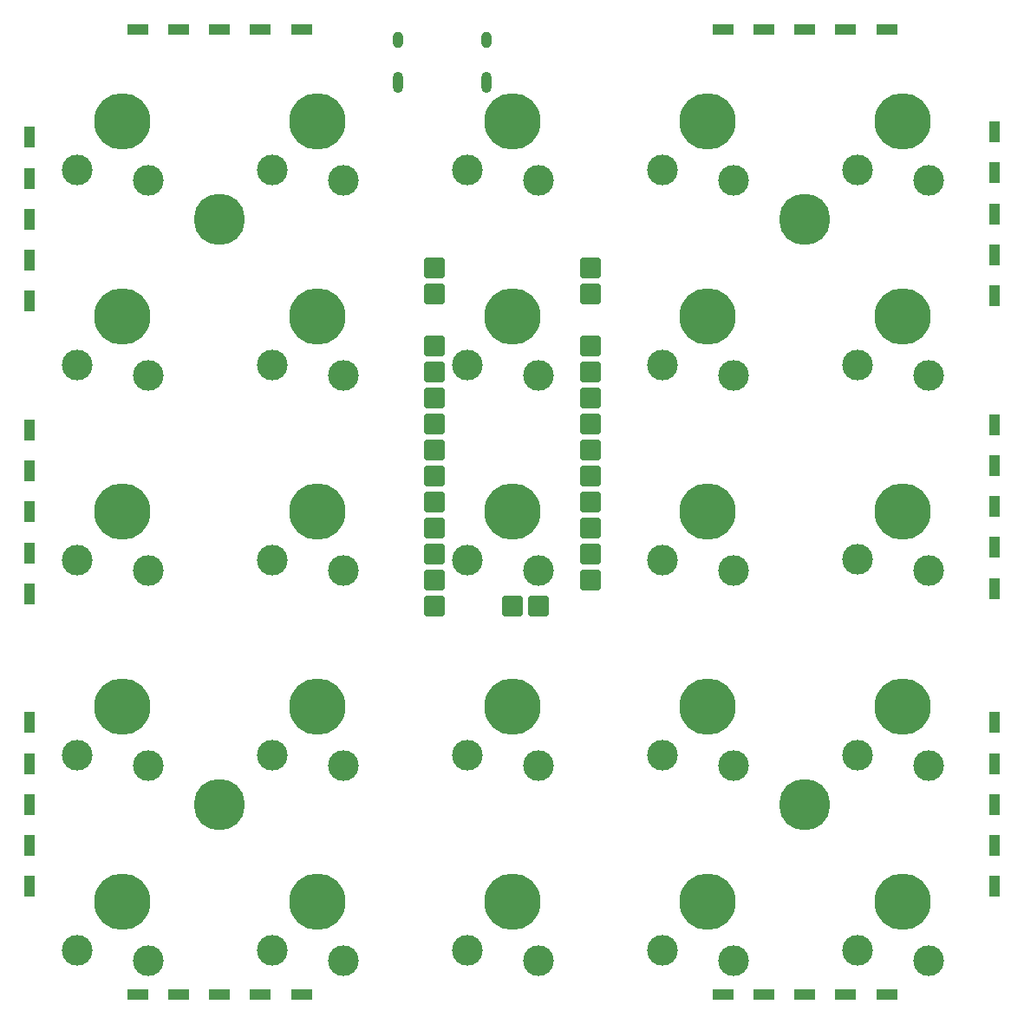
<source format=gts>
%TF.GenerationSoftware,KiCad,Pcbnew,(6.0.4)*%
%TF.CreationDate,2022-05-04T18:37:34+01:00*%
%TF.ProjectId,v2,76322e6b-6963-4616-945f-706362585858,rev?*%
%TF.SameCoordinates,Original*%
%TF.FileFunction,Soldermask,Top*%
%TF.FilePolarity,Negative*%
%FSLAX46Y46*%
G04 Gerber Fmt 4.6, Leading zero omitted, Abs format (unit mm)*
G04 Created by KiCad (PCBNEW (6.0.4)) date 2022-05-04 18:37:34*
%MOMM*%
%LPD*%
G01*
G04 APERTURE LIST*
G04 Aperture macros list*
%AMRoundRect*
0 Rectangle with rounded corners*
0 $1 Rounding radius*
0 $2 $3 $4 $5 $6 $7 $8 $9 X,Y pos of 4 corners*
0 Add a 4 corners polygon primitive as box body*
4,1,4,$2,$3,$4,$5,$6,$7,$8,$9,$2,$3,0*
0 Add four circle primitives for the rounded corners*
1,1,$1+$1,$2,$3*
1,1,$1+$1,$4,$5*
1,1,$1+$1,$6,$7*
1,1,$1+$1,$8,$9*
0 Add four rect primitives between the rounded corners*
20,1,$1+$1,$2,$3,$4,$5,0*
20,1,$1+$1,$4,$5,$6,$7,0*
20,1,$1+$1,$6,$7,$8,$9,0*
20,1,$1+$1,$8,$9,$2,$3,0*%
G04 Aperture macros list end*
%ADD10C,5.500000*%
%ADD11C,3.000000*%
%ADD12R,2.000000X1.000000*%
%ADD13R,1.000000X2.000000*%
%ADD14C,5.000000*%
%ADD15O,1.000000X1.600000*%
%ADD16O,1.000000X2.100000*%
%ADD17RoundRect,0.200000X0.800000X0.800000X-0.800000X0.800000X-0.800000X-0.800000X0.800000X-0.800000X0*%
G04 APERTURE END LIST*
D10*
%TO.C,SW6*%
X28937500Y-57212500D03*
D11*
X24537500Y-61912500D03*
X31537500Y-62962500D03*
%TD*%
D12*
%TO.C,J1*%
X30462500Y-29137500D03*
X34462500Y-29137500D03*
X38462500Y-29137500D03*
X42462500Y-29137500D03*
X46462500Y-29137500D03*
%TD*%
D10*
%TO.C,SW4*%
X86087500Y-38162500D03*
D11*
X81687500Y-42862500D03*
X88687500Y-43912500D03*
%TD*%
D13*
%TO.C,J5*%
X19912500Y-96837500D03*
X19912500Y-100837500D03*
X19912500Y-104837500D03*
X19912500Y-108837500D03*
X19912500Y-112837500D03*
%TD*%
%TO.C,J9*%
X114162500Y-96837500D03*
X114162500Y-100837500D03*
X114162500Y-104837500D03*
X114162500Y-108837500D03*
X114162500Y-112837500D03*
%TD*%
D10*
%TO.C,SW10*%
X105137500Y-57212500D03*
D11*
X100737500Y-61912500D03*
X107737500Y-62962500D03*
%TD*%
D13*
%TO.C,J7*%
X114162500Y-39162500D03*
X114162500Y-43162500D03*
X114162500Y-47162500D03*
X114162500Y-51162500D03*
X114162500Y-55162500D03*
%TD*%
D10*
%TO.C,SW9*%
X86087500Y-57212500D03*
D11*
X81687500Y-61912500D03*
X88687500Y-62962500D03*
%TD*%
D14*
%TO.C,H4*%
X38462500Y-47687500D03*
%TD*%
%TO.C,H3*%
X95612500Y-47687500D03*
%TD*%
D10*
%TO.C,SW2*%
X47987500Y-38162500D03*
D11*
X43587500Y-42862500D03*
X50587500Y-43912500D03*
%TD*%
D12*
%TO.C,J4*%
X87612500Y-123387500D03*
X91612500Y-123387500D03*
X95612500Y-123387500D03*
X99612500Y-123387500D03*
X103612500Y-123387500D03*
%TD*%
D10*
%TO.C,SW5*%
X105137500Y-38162500D03*
D11*
X100737500Y-42862500D03*
X107737500Y-43912500D03*
%TD*%
D10*
%TO.C,SW21*%
X28937500Y-114362500D03*
D11*
X24537500Y-119062500D03*
X31537500Y-120112500D03*
%TD*%
D13*
%TO.C,J8*%
X114162500Y-67737500D03*
X114162500Y-71737500D03*
X114162500Y-75737500D03*
X114162500Y-79737500D03*
X114162500Y-83737500D03*
%TD*%
D12*
%TO.C,J3*%
X87612500Y-29137500D03*
X91612500Y-29137500D03*
X95612500Y-29137500D03*
X99612500Y-29137500D03*
X103612500Y-29137500D03*
%TD*%
D10*
%TO.C,SW22*%
X47987500Y-114362500D03*
D11*
X43587500Y-119062500D03*
X50587500Y-120112500D03*
%TD*%
D10*
%TO.C,SW13*%
X67037500Y-76262500D03*
D11*
X62637500Y-80962500D03*
X69637500Y-82012500D03*
%TD*%
D10*
%TO.C,SW1*%
X28937500Y-38162500D03*
D11*
X24537500Y-42862500D03*
X31537500Y-43912500D03*
%TD*%
D13*
%TO.C,J10*%
X19912500Y-39687500D03*
X19912500Y-43687500D03*
X19912500Y-47687500D03*
X19912500Y-51687500D03*
X19912500Y-55687500D03*
%TD*%
D10*
%TO.C,SW14*%
X86087500Y-76262500D03*
D11*
X81687500Y-80962500D03*
X88687500Y-82012500D03*
%TD*%
D10*
%TO.C,SW19*%
X86087500Y-95312500D03*
D11*
X81687500Y-100012500D03*
X88687500Y-101062500D03*
%TD*%
D10*
%TO.C,SW17*%
X47987500Y-95312500D03*
D11*
X43587500Y-100012500D03*
X50587500Y-101062500D03*
%TD*%
D14*
%TO.C,H2*%
X95612500Y-104837500D03*
%TD*%
D10*
%TO.C,SW15*%
X105137500Y-76227500D03*
D11*
X100737500Y-80927500D03*
X107737500Y-81977500D03*
%TD*%
D10*
%TO.C,SW16*%
X28937500Y-95312500D03*
D11*
X24537500Y-100012500D03*
X31537500Y-101062500D03*
%TD*%
D10*
%TO.C,SW24*%
X86087500Y-114362500D03*
D11*
X81687500Y-119062500D03*
X88687500Y-120112500D03*
%TD*%
D14*
%TO.C,H1*%
X38462500Y-104837500D03*
%TD*%
D12*
%TO.C,J2*%
X30462500Y-123387500D03*
X34462500Y-123387500D03*
X38462500Y-123387500D03*
X42462500Y-123387500D03*
X46462500Y-123387500D03*
%TD*%
D10*
%TO.C,SW20*%
X105137500Y-95312500D03*
D11*
X100737500Y-100012500D03*
X107737500Y-101062500D03*
%TD*%
D10*
%TO.C,SW23*%
X67037500Y-114362500D03*
D11*
X62637500Y-119062500D03*
X69637500Y-120112500D03*
%TD*%
D10*
%TO.C,SW18*%
X67037500Y-95312500D03*
D11*
X62637500Y-100012500D03*
X69637500Y-101062500D03*
%TD*%
D10*
%TO.C,SW3*%
X67037500Y-38162500D03*
D11*
X62637500Y-42862500D03*
X69637500Y-43912500D03*
%TD*%
D10*
%TO.C,SW25*%
X105137500Y-114362500D03*
D11*
X100737500Y-119062500D03*
X107737500Y-120112500D03*
%TD*%
D10*
%TO.C,SW7*%
X47987500Y-57212500D03*
D11*
X43587500Y-61912500D03*
X50587500Y-62962500D03*
%TD*%
D10*
%TO.C,SW11*%
X28937500Y-76262500D03*
D11*
X24537500Y-80962500D03*
X31537500Y-82012500D03*
%TD*%
D10*
%TO.C,SW12*%
X47987500Y-76262500D03*
D11*
X43587500Y-80962500D03*
X50587500Y-82012500D03*
%TD*%
D13*
%TO.C,J6*%
X19912500Y-68262500D03*
X19912500Y-72262500D03*
X19912500Y-76262500D03*
X19912500Y-80262500D03*
X19912500Y-84262500D03*
%TD*%
D10*
%TO.C,SW8*%
X67037500Y-57212500D03*
D11*
X62637500Y-61912500D03*
X69637500Y-62962500D03*
%TD*%
D15*
%TO.C,J11*%
X64497500Y-30177500D03*
X55857500Y-30177500D03*
D16*
X64497500Y-34357500D03*
X55857500Y-34357500D03*
%TD*%
D17*
%TO.C,U1*%
X74662500Y-52477500D03*
X74662500Y-55017500D03*
X74662500Y-60097500D03*
X74662500Y-62637500D03*
X74662500Y-65177500D03*
X74662500Y-67717500D03*
X74662500Y-70257500D03*
X74662500Y-72797500D03*
X74662500Y-75337500D03*
X74662500Y-77877500D03*
X74662500Y-80417500D03*
X74662500Y-82957500D03*
X69582500Y-85497500D03*
X67042500Y-85497500D03*
X59422500Y-85497500D03*
X59422500Y-82957500D03*
X59422500Y-80417500D03*
X59422500Y-77877500D03*
X59422500Y-75337500D03*
X59422500Y-72797500D03*
X59422500Y-70257500D03*
X59422500Y-67717500D03*
X59422500Y-65177500D03*
X59422500Y-62637500D03*
X59422500Y-60097500D03*
X59422500Y-55017500D03*
X59422500Y-52477500D03*
%TD*%
M02*

</source>
